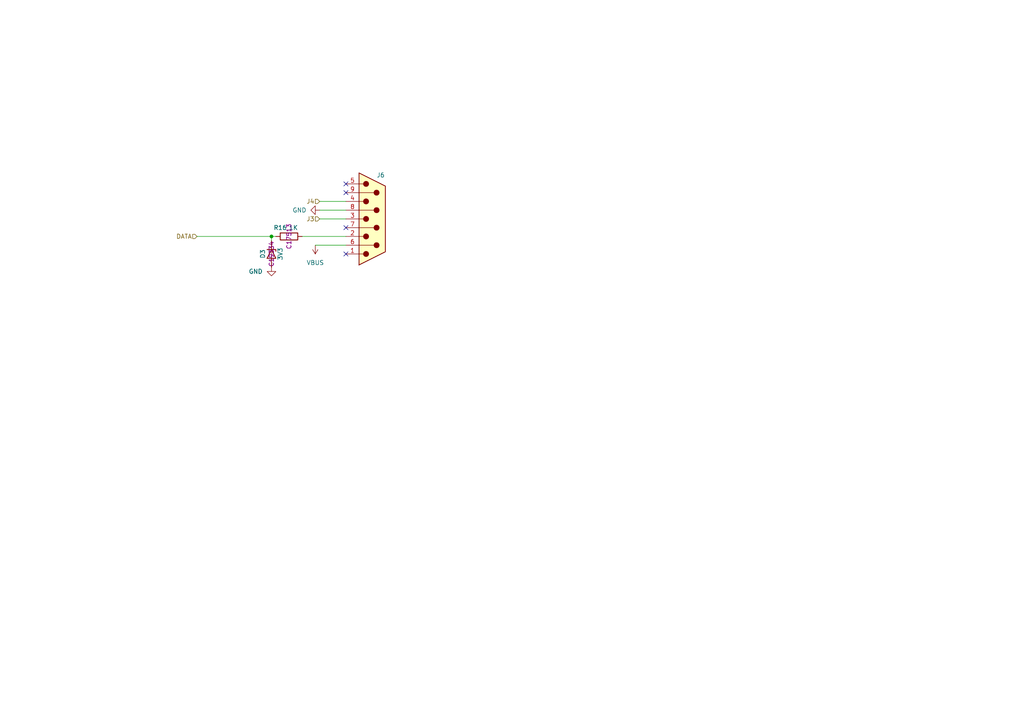
<source format=kicad_sch>
(kicad_sch (version 20250114) (generator "eeschema") (generator_version "9.0")
  (paper "A4")
  (title_block (title "MiniFRANK RM1") (date "2025-04-09") (rev "${VERSION}") (company "Mikhail Matveev") (comment 1 "https://github.com/xtremespb/frank"))
  (lib_symbols
    (symbol "Device:D_Zener" (pin_numbers (hide yes)) (pin_names (offset 1.016) (hide yes))
      (property "Reference" "D" (at 0 2.54 0))
      (property "Value" "D_Zener" (at 0 -2.54 0))
      (symbol "D_Zener_0_1"
        (polyline (pts (xy -1.27 -1.27) (xy -1.27 1.27) (xy -0.762 1.27)) (stroke (width 0.254)))
        (polyline (pts (xy 1.27 0) (xy -1.27 0)))
        (polyline (pts (xy 1.27 -1.27) (xy 1.27 1.27) (xy -1.27 0) (xy 1.27 -1.27)) (stroke (width 0.254)))
      )
      (symbol "D_Zener_1_1"
        (pin passive line (at -3.81 0 0) (length 2.54) (name "K") (number "1"))
        (pin passive line (at 3.81 0 180) (length 2.54) (name "A") (number "2"))
      )
    )
    (symbol "Device:R" (pin_numbers (hide yes)) (pin_names (offset 0))
      (property "Reference" "R" (at 2.032 0 90))
      (property "Value" "R" (at 0 0 90))
      (symbol "R_0_1"
        (rectangle (start -1.016 -2.54) (end 1.016 2.54) (stroke (width 0.254)))
      )
      (symbol "R_1_1"
        (pin passive line (at 0 3.81 270) (length 1.27) (name "~") (number "1"))
        (pin passive line (at 0 -3.81 90) (length 1.27) (name "~") (number "2"))
      )
    )
    (symbol "FRANK:DB9_Male_Small" (pin_names (offset 1.016) (hide yes))
      (property "Reference" "JOY1" (at 1.27 12.7 0))
      (symbol "DB9_Male_Small_0_1"
        (polyline (pts (xy -3.81 10.16) (xy -2.54 10.16)))
        (polyline (pts (xy -3.81 7.62) (xy 0.508 7.62)))
        (polyline (pts (xy -3.81 5.08) (xy -2.54 5.08)))
        (polyline (pts (xy -3.81 2.54) (xy 0.508 2.54)))
        (polyline (pts (xy -3.81 0) (xy -2.54 0)))
        (polyline (pts (xy -3.81 -2.54) (xy 0.508 -2.54)))
        (polyline (pts (xy -3.81 -5.08) (xy -2.54 -5.08)))
        (polyline (pts (xy -3.81 -7.62) (xy 0.508 -7.62)))
        (polyline (pts (xy -3.81 -10.16) (xy -2.54 -10.16)))
        (polyline (pts (xy -3.81 -13.335) (xy -3.81 13.335) (xy 3.81 9.525) (xy 3.81 -9.525) (xy -3.81 -13.335)) (stroke (width 0.254)) (fill (type background)))
        (circle (center -1.778 10.16) (radius 0.762) (fill (type outline)))
        (circle (center -1.778 5.08) (radius 0.762) (fill (type outline)))
        (circle (center -1.778 0) (radius 0.762) (fill (type outline)))
        (circle (center -1.778 -5.08) (radius 0.762) (fill (type outline)))
        (circle (center -1.778 -10.16) (radius 0.762) (fill (type outline)))
        (circle (center 1.27 7.62) (radius 0.762) (fill (type outline)))
        (circle (center 1.27 2.54) (radius 0.762) (fill (type outline)))
        (circle (center 1.27 -2.54) (radius 0.762) (fill (type outline)))
        (circle (center 1.27 -7.62) (radius 0.762) (fill (type outline)))
      )
      (symbol "DB9_Male_Small_1_1"
        (pin passive line (at -7.62 10.16 0) (length 3.81) (name "5") (number "5"))
        (pin passive line (at -7.62 7.62 0) (length 3.81) (name "9") (number "9"))
        (pin passive line (at -7.62 5.08 0) (length 3.81) (name "4") (number "4"))
        (pin passive line (at -7.62 2.54 0) (length 3.81) (name "8") (number "8"))
        (pin passive line (at -7.62 0 0) (length 3.81) (name "3") (number "3"))
        (pin passive line (at -7.62 -2.54 0) (length 3.81) (name "7") (number "7"))
        (pin passive line (at -7.62 -5.08 0) (length 3.81) (name "2") (number "2"))
        (pin passive line (at -7.62 -7.62 0) (length 3.81) (name "6") (number "6"))
        (pin passive line (at -7.62 -10.16 0) (length 3.81) (name "1") (number "1"))
      )
    )
    (symbol "GND_1" (power) (pin_numbers (hide yes)) (pin_names (offset 0) (hide yes))
      (property "Value" "GND" (at 0 -3.81 0))
      (symbol "GND_1_0_1"
        (polyline (pts (xy 0 0) (xy 0 -1.27) (xy 1.27 -1.27) (xy 0 -2.54) (xy -1.27 -1.27) (xy 0 -1.27)))
      )
      (symbol "GND_1_1_1"
        (pin power_in line (at 0 0 270) (length 0) (name "~") (number "1"))
      )
    )
    (symbol "power:GND" (power) (pin_numbers (hide yes)) (pin_names (offset 0) (hide yes))
      (property "Value" "GND" (at 0 -3.81 0))
      (symbol "GND_0_1"
        (polyline (pts (xy 0 0) (xy 0 -1.27) (xy 1.27 -1.27) (xy 0 -2.54) (xy -1.27 -1.27) (xy 0 -1.27)))
      )
      (symbol "GND_1_1"
        (pin power_in line (at 0 0 270) (length 0) (name "~") (number "1"))
      )
    )
    (symbol "power:VBUS" (power) (pin_numbers (hide yes)) (pin_names (offset 0) (hide yes))
      (property "Value" "VBUS" (at 0 3.556 0))
      (symbol "VBUS_0_1"
        (polyline (pts (xy -0.762 1.27) (xy 0 2.54)))
        (polyline (pts (xy 0 2.54) (xy 0.762 1.27)))
        (polyline (pts (xy 0 0) (xy 0 2.54)))
      )
      (symbol "VBUS_1_1"
        (pin power_in line (at 0 0 90) (length 0) (name "~") (number "1"))
      )
    )
  )
  (junction (at 78.74 68.58))
  (no_connect (at 100.33 55.88))
  (no_connect (at 100.33 53.34))
  (no_connect (at 100.33 66.04))
  (no_connect (at 100.33 73.66))
  (wire (pts (xy 92.71 63.5) (xy 100.33 63.5)))
  (wire (pts (xy 92.71 58.42) (xy 100.33 58.42)))
  (wire (pts (xy 91.44 71.12) (xy 100.33 71.12)))
  (wire (pts (xy 78.74 68.58) (xy 78.74 69.85)))
  (wire (pts (xy 57.15 68.58) (xy 78.74 68.58)))
  (wire (pts (xy 80.01 68.58) (xy 78.74 68.58)))
  (wire (pts (xy 92.71 60.96) (xy 100.33 60.96)))
  (wire (pts (xy 87.63 68.58) (xy 100.33 68.58)))
  (hierarchical_label "J4" (shape input) (at 92.71 58.42 180))
  (hierarchical_label "J3" (shape input) (at 92.71 63.5 180))
  (hierarchical_label "DATA" (shape input) (at 57.15 68.58 180))
  (symbol (lib_id "power:GND") (at 78.74 77.47 0) (unit 1)
    (property "Reference" "#PWR04" (effects (hide yes)))
    (property "Value" "GND" (at 76.2 78.74 0) (effects (justify right)))
    (property "Description" "Power symbol creates a global label with name \"GND\" , ground" (effects (hide yes)))
    (instances (project "" (path "" (reference "#PWR048") (unit 1)) (path "" (reference "#PWR04") (unit 1))))
  )
  (symbol (lib_id "Device:D_Zener") (at 78.74 73.66 270) (unit 1)
    (property "Reference" "D1" (at 76.2 73.66 0))
    (property "Value" "3V3" (at 81.28 73.66 0))
    (property "Footprint" "FRANK:Diode (SOD-323)" (effects (hide yes)))
    (property "Datasheet" "https://www.vishay.com/docs/83335/bzx384g.pdf" (effects (hide yes)))
    (property "AliExpress" "https://www.aliexpress.com/item/1005006143480992.html" (effects (hide yes)))
    (property "LCSC" "C19334" (at 78.74 73.66 0))
    (instances (project "" (path "" (reference "D3") (unit 1)) (path "" (reference "D1") (unit 1))))
  )
  (symbol (lib_id "power:VBUS") (at 91.44 71.12 180) (unit 1)
    (property "Reference" "#PWR03" (effects (hide yes)))
    (property "Value" "VBUS" (at 91.44 76.2 0))
    (property "Description" "Power symbol creates a global label with name \"VBUS\"" (effects (hide yes)))
    (instances (project "" (path "" (reference "#PWR047") (unit 1)) (path "" (reference "#PWR03") (unit 1))))
  )
  (symbol (lib_id "FRANK:DB9_Male_Small") (at 107.95 63.5 0) (unit 1)
    (property "Reference" "J1" (at 109.22 50.8 0) (effects (justify left)))
    (property "Value" "D-SUB 9 Male" (effects (hide yes)))
    (property "Footprint" "FRANK:D-SUB (9 pin, male, top mount)" (effects (hide yes)))
    (property "Datasheet" "https://eu.mouser.com/datasheet/2/578/original-3313093.pdf" (effects (hide yes)))
    (property "AliExpress" "https://www.aliexpress.com/item/4001214300548.html" (effects (hide yes)))
    (instances (project "" (path "" (reference "J6") (unit 1)) (path "" (reference "J1") (unit 1))))
  )
  (symbol (lib_name "GND_1") (lib_id "power:GND") (at 92.71 60.96 270) (unit 1)
    (property "Reference" "#PWR02" (effects (hide yes)))
    (property "Value" "GND" (at 88.9 60.9599 90) (effects (justify right)))
    (property "Description" "Power symbol creates a global label with name \"GND\" , ground" (effects (hide yes)))
    (instances (project "" (path "" (reference "#PWR046") (unit 1)) (path "" (reference "#PWR02") (unit 1))))
  )
  (symbol (lib_id "Device:R") (at 83.82 68.58 90) (unit 1)
    (property "Reference" "R1" (at 81.28 66.04 90))
    (property "Value" "1K" (at 85.09 66.04 90))
    (property "Footprint" "FRANK:Resistor (0805)" (effects (hide yes)))
    (property "Datasheet" "https://www.vishay.com/docs/28952/mcs0402at-mct0603at-mcu0805at-mca1206at.pdf" (effects (hide yes)))
    (property "AliExpress" "https://www.aliexpress.com/item/1005005945735199.html" (effects (hide yes)))
    (property "LCSC" "C17513" (at 83.82 68.58 0))
    (instances (project "" (path "" (reference "R16") (unit 1)) (path "" (reference "R1") (unit 1))))
  )
)
</source>
